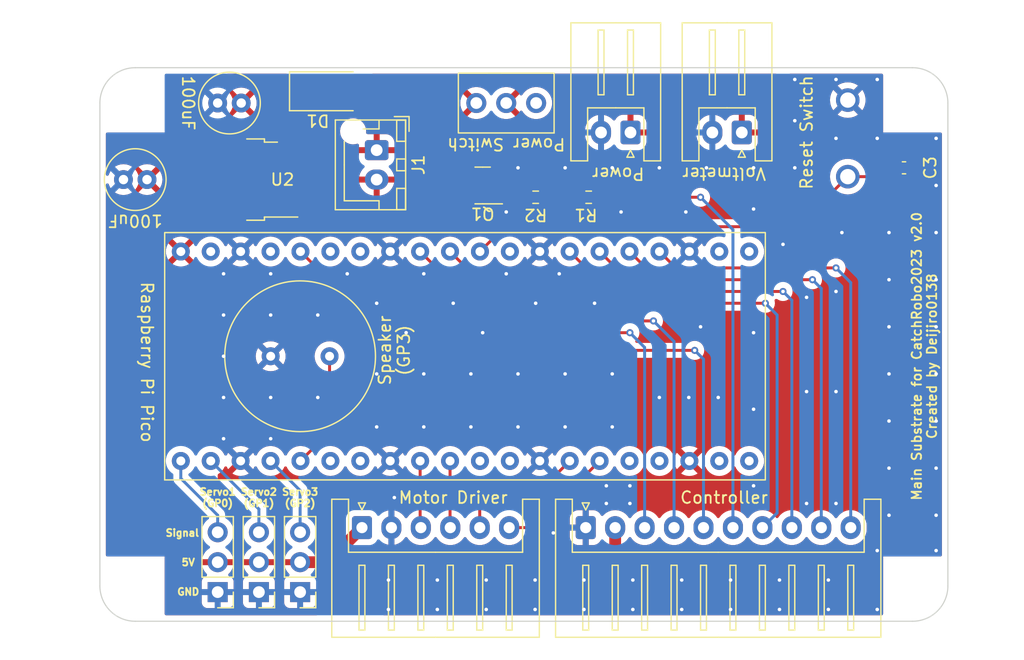
<source format=kicad_pcb>
(kicad_pcb (version 20211014) (generator pcbnew)
  (layers (0 "F.Cu" signal) (31 "B.Cu" signal) (34 "B.Paste" user) (35 "F.Paste" user) (36 "B.SilkS" user "B.Silkscreen") (37 "F.SilkS" user "F.Silkscreen") (38 "B.Mask" user) (39 "F.Mask" user) (44 "Edge.Cuts" user))
  (net 0 "")
  (net 1 "+7.5V")
  (net 2 "GND")
  (net 3 "+5V")
  (net 4 "Net-(C3-Pad1)")
  (net 5 "Net-(D1-Pad2)")
  (net 6 "/Servo1")
  (net 7 "/Servo2")
  (net 8 "/Servo3")
  (net 9 "Net-(J1-Pad2)")
  (net 10 "+BATT")
  (net 11 "Net-(Q1-Pad1)")
  (net 12 "/Stopper")
  (net 13 "/JoyY")
  (net 14 "/JoyX")
  (net 15 "/SW3")
  (net 16 "/SW2")
  (net 17 "/SW1")
  (net 18 "/SW0")
  (net 22 "+3.3V")
  (net 25 "/Speaker")
  (net 28 "/STEP1")
  (net 29 "/DIR1")
  (net 32 "/STEP2")
  (net 33 "/DIR2")
  (footprint "Connector_JST:JST_XH_B2B-XH-AM_1x02_P2.50mm_Vertical" (layer "F.Cu") (at 103.5 80 -90)
    (fp_text reference "J1" (at 1.25 -3.55 90) (layer "F.SilkS"))
    (fp_text value "Conn_01x02_Male")
    (fp_line (start 3.25 -2.45) (end 3.25 -1.7) (layer "F.SilkS") (width 0.12))
    (fp_line (start 1.75 -2.45) (end 0.75 -2.45) (layer "F.SilkS") (width 0.12))
    (fp_line (start -2.85 -2.75) (end -2.85 -1.5) (layer "F.SilkS") (width 0.12))
    (fp_line (start -2.55 -1.7) (end -0.75 -1.7) (layer "F.SilkS") (width 0.12))
    (fp_line (start -0.75 -1.7) (end -0.75 -2.45) (layer "F.SilkS") (width 0.12))
    (fp_line (start 5.06 3.51) (end 5.06 -2.46) (layer "F.SilkS") (width 0.12))
    (fp_line (start -2.55 -0.2) (end -1.8 -0.2) (layer "F.SilkS") (width 0.12))
    (fp_line (start 5.06 -2.46) (end -2.56 -2.46) (layer "F.SilkS") (width 0.12))
    (fp_line (start 1.25 2.75) (end -0.74 2.75) (layer "F.SilkS") (width 0.12))
    (fp_line (start -0.75 -2.45) (end -2.55 -2.45) (layer "F.SilkS") (width 0.12))
    (fp_line (start -2.56 -2.46) (end -2.56 3.51) (layer "F.SilkS") (width 0.12))
    (fp_line (start 5.05 -1.7) (end 5.05 -2.45) (layer "F.SilkS") (width 0.12))
    (fp_line (start 1.75 -1.7) (end 1.75 -2.45) (layer "F.SilkS") (width 0.12))
    (fp_line (start -1.8 -0.2) (end -1.8 1.14) (layer "F.SilkS") (width 0.12))
    (fp_line (start -1.6 -2.75) (end -2.85 -2.75) (layer "F.SilkS") (width 0.12))
    (fp_line (start 4.3 2.75) (end 1.25 2.75) (layer "F.SilkS") (width 0.12))
    (fp_line (start 3.25 -1.7) (end 5.05 -1.7) (layer "F.SilkS") (width 0.12))
    (fp_line (start 5.05 -2.45) (end 3.25 -2.45) (layer "F.SilkS") (width 0.12))
    (fp_line (start -2.56 3.51) (end 5.06 3.51) (layer "F.SilkS") (width 0.12))
    (fp_line (start 5.05 -0.2) (end 4.3 -0.2) (layer "F.SilkS") (width 0.12))
    (fp_line (start 0.75 -2.45) (end 0.75 -1.7) (layer "F.SilkS") (width 0.12))
    (fp_line (start -2.55 -2.45) (end -2.55 -1.7) (layer "F.SilkS") (width 0.12))
    (fp_line (start 4.3 -0.2) (end 4.3 2.75) (layer "F.SilkS") (width 0.12))
    (fp_line (start 0.75 -1.7) (end 1.75 -1.7) (layer "F.SilkS") (width 0.12))
    (pad "" np_thru_hole circle (at -1.6 2 270) (size 1.2 1.2) (drill 1.2) (layers *.Cu *.Mask))
    (pad "1" thru_hole roundrect (at 0 0 270) (size 1.7 2) (drill 1) (layers *.Cu *.Mask) (roundrect_rratio 0.1470588235) (net 5 "Net-(D1-Pad2)"))
    (pad "2" thru_hole oval (at 2.5 0 270) (size 1.7 2) (drill 1) (layers *.Cu *.Mask) (net 9 "Net-(J1-Pad2)"))
  )
  (footprint "Connector_JST:JST_XH_S10B-XH-A_1x10_P2.50mm_Horizontal" (layer "F.Cu") (at 121.25 112.05)
    (fp_text reference "J2" hide)
    (fp_text value "Conn_01x10_Male")
    (fp_line (start 9.75 3.2) (end 9.75 8.7) (layer "F.SilkS") (width 0.12))
    (fp_line (start -0.3 -2.1) (end 0.3 -2.1) (layer "F.SilkS") (width 0.12))
    (fp_line (start -2.56 9.31) (end -2.56 -2.41) (layer "F.SilkS") (width 0.12))
    (fp_line (start 0.25 3.2) (end -0.25 3.2) (layer "F.SilkS") (width 0.12))
    (fp_line (start 9.75 8.7) (end 10.25 8.7) (layer "F.SilkS") (width 0.12))
    (fp_line (start 15.25 3.2) (end 14.75 3.2) (layer "F.SilkS") (width 0.12))
    (fp_line (start 14.75 8.7) (end 15.25 8.7) (layer "F.SilkS") (width 0.12))
    (fp_line (start 23.64 -2.41) (end 23.64 2.09) (layer "F.SilkS") (width 0.12))
    (fp_line (start 17.75 8.7) (end 17.75 3.2) (layer "F.SilkS") (width 0.12))
    (fp_line (start 12.25 8.7) (end 12.75 8.7) (layer "F.SilkS") (width 0.12))
    (fp_line (start 12.75 3.2) (end 12.25 3.2) (layer "F.SilkS") (width 0.12))
    (fp_line (start 0.25 8.7) (end 0.25 3.2) (layer "F.SilkS") (width 0.12))
    (fp_line (start 7.25 8.7) (end 7.75 8.7) (layer "F.SilkS") (width 0.12))
    (fp_line (start 0 -1.5) (end -0.3 -2.1) (layer "F.SilkS") (width 0.12))
    (fp_line (start 22.75 3.2) (end 22.25 3.2) (layer "F.SilkS") (width 0.12))
    (fp_line (start 14.75 3.2) (end 14.75 8.7) (layer "F.SilkS") (width 0.12))
    (fp_line (start 17.25 3.2) (end 17.25 8.7) (layer "F.SilkS") (width 0.12))
    (fp_line (start 12.25 3.2) (end 12.25 8.7) (layer "F.SilkS") (width 0.12))
    (fp_line (start 17.25 8.7) (end 17.75 8.7) (layer "F.SilkS") (width 0.12))
    (fp_line (start 20.25 8.7) (end 20.25 3.2) (layer "F.SilkS") (width 0.12))
    (fp_line (start 22.25 8.7) (end 22.75 8.7) (layer "F.SilkS") (width 0.12))
    (fp_line (start 15.25 8.7) (end 15.25 3.2) (layer "F.SilkS") (width 0.12))
    (fp_line (start 22.75 8.7) (end 22.75 3.2) (layer "F.SilkS") (width 0.12))
    (fp_line (start 22.25 3.2) (end 22.25 8.7) (layer "F.SilkS") (width 0.12))
    (fp_line (start 11.25 9.31) (end -2.56 9.31) (layer "F.SilkS") (width 0.12))
    (fp_line (start 4.75 3.2) (end 4.75 8.7) (layer "F.SilkS") (width 0.12))
    (fp_line (start 10.25 8.7) (end 10.25 3.2) (layer "F.SilkS") (width 0.12))
    (fp_line (start 10.25 3.2) (end 9.75 3.2) (layer "F.SilkS") (width 0.12))
    (fp_line (start 2.75 3.2) (end 2.25 3.2) (layer "F.SilkS") (width 0.12))
    (fp_line (start 20.25 3.2) (end 19.75 3.2) (layer "F.SilkS") (width 0.12))
    (fp_line (start 7.75 3.2) (end 7.25 3.2) (layer "F.SilkS") (width 0.12))
    (fp_line (start 2.25 3.2) (end 2.25 8.7) (layer "F.SilkS") (width 0.12))
    (fp_line (start -2.56 -2.41) (end -1.14 -2.41) (layer "F.SilkS") (width 0.12))
    (fp_line (start 19.75 3.2) (end 19.75 8.7) (layer "F.SilkS") (width 0.12))
    (fp_line (start 5.25 3.2) (end 4.75 3.2) (layer "F.SilkS") (width 0.12))
    (fp_line (start 7.75 8.7) (end 7.75 3.2) (layer "F.SilkS") (width 0.12))
    (fp_line (start 17.75 3.2) (end 17.25 3.2) (layer "F.SilkS") (width 0.12))
    (fp_line (start 0.3 -2.1) (end 0 -1.5) (layer "F.SilkS") (width 0.12))
    (fp_line (start -1.14 2.09) (end 11.25 2.09) (layer "F.SilkS") (width 0.12))
    (fp_line (start 12.75 8.7) (end 12.75 3.2) (layer "F.SilkS") (width 0.12))
    (fp_line (start 25.06 9.31) (end 25.06 -2.41) (layer "F.SilkS") (width 0.12))
    (fp_line (start 19.75 8.7) (end 20.25 8.7) (layer "F.SilkS") (width 0.12))
    (fp_line (start -1.14 -2.41) (end -1.14 2.09) (layer "F.SilkS") (width 0.12))
    (fp_line (start 5.25 8.7) (end 5.25 3.2) (layer "F.SilkS") (width 0.12))
    (fp_line (start 23.64 2.09) (end 11.25 2.09) (layer "F.SilkS") (width 0.12))
    (fp_line (start 2.25 8.7) (end 2.75 8.7) (layer "F.SilkS") (width 0.12))
    (fp_line (start -0.25 3.2) (end -0.25 8.7) (layer "F.SilkS") (width 0.12))
    (fp_line (start 7.25 3.2) (end 7.25 8.7) (layer "F.SilkS") (width 0.12))
    (fp_line (start 25.06 -2.41) (end 23.64 -2.41) (layer "F.SilkS") (width 0.12))
    (fp_line (start 2.75 8.7) (end 2.75 3.2) (layer "F.SilkS") (width 0.12))
    (fp_line (start 4.75 8.7) (end 5.25 8.7) (layer "F.SilkS") (width 0.12))
    (fp_line (start 11.25 9.31) (end 25.06 9.31) (layer "F.SilkS") (width 0.12))
    (fp_line (start -0.25 8.7) (end 0.25 8.7) (layer "F.SilkS") (width 0.12))
    (pad "1" thru_hole roundrect (at 0 0) (size 1.7 1.95) (drill 0.95) (layers *.Cu *.Mask) (roundrect_rratio 0.1470588235) (net 2 "GND"))
    (pad "2" thru_hole oval (at 2.5 0) (size 1.7 1.95) (drill 0.95) (layers *.Cu *.Mask) (net 3 "+5V"))
    (pad "3" thru_hole oval (at 5 0) (size 1.7 1.95) (drill 0.95) (layers *.Cu *.Mask) (net 13 "/JoyY"))
    (pad "4" thru_hole oval (at 7.5 0) (size 1.7 1.95) (drill 0.95) (layers *.Cu *.Mask) (net 14 "/JoyX"))
    (pad "5" thru_hole oval (at 10 0) (size 1.7 1.95) (drill 0.95) (layers *.Cu *.Mask) (net 22 "+3.3V"))
    (pad "6" thru_hole oval (at 12.5 0) (size 1.7 1.95) (drill 0.95) (layers *.Cu *.Mask) (net 12 "/Stopper"))
    (pad "7" thru_hole oval (at 15 0) (size 1.7 1.95) (drill 0.95) (layers *.Cu *.Mask) (net 15 "/SW3"))
    (pad "8" thru_hole oval (at 17.5 0) (size 1.7 1.95) (drill 0.95) (layers *.Cu *.Mask) (net 16 "/SW2"))
    (pad "9" thru_hole oval (at 20 0) (size 1.7 1.95) (drill 0.95) (layers *.Cu *.Mask) (net 17 "/SW1"))
    (pad "10" thru_hole oval (at 22.5 0) (size 1.7 1.95) (drill 0.95) (layers *.Cu *.Mask) (net 18 "/SW0"))
  )
  (footprint "MountingHole:MountingHole_3.2mm_M3" (layer "F.Cu") (at 149 117)
    (fp_text reference "REF**" hide)
    (fp_text value "MountingHole_3.2mm_M3")
    (pad "" np_thru_hole circle (at 0 0) (size 3.2 3.2) (drill 3.2) (layers *.Cu *.Mask))
  )
  (footprint "Connector_JST:JST_XH_S2B-XH-A_1x02_P2.50mm_Horizontal" (layer "F.Cu") (at 125.05 78.5 180)
    (fp_text reference "J4" hide)
    (fp_text value "Conn_01x02_Male")
    (fp_line (start 5.06 -2.41) (end 3.64 -2.41) (layer "F.SilkS") (width 0.12))
    (fp_line (start 2.25 8.7) (end 2.75 8.7) (layer "F.SilkS") (width 0.12))
    (fp_line (start 2.75 8.7) (end 2.75 3.2) (layer "F.SilkS") (width 0.12))
    (fp_line (start -2.56 9.31) (end -2.56 -2.41) (layer "F.SilkS") (width 0.12))
    (fp_line (start -1.14 2.09) (end 1.25 2.09) (layer "F.SilkS") (width 0.12))
    (fp_line (start 1.25 9.31) (end -2.56 9.31) (layer "F.SilkS") (width 0.12))
    (fp_line (start 3.64 -2.41) (end 3.64 2.09) (layer "F.SilkS") (width 0.12))
    (fp_line (start 0 -1.5) (end -0.3 -2.1) (layer "F.SilkS") (width 0.12))
    (fp_line (start 5.06 9.31) (end 5.06 -2.41) (layer "F.SilkS") (width 0.12))
    (fp_line (start 1.25 9.31) (end 5.06 9.31) (layer "F.SilkS") (width 0.12))
    (fp_line (start 3.64 2.09) (end 1.25 2.09) (layer "F.SilkS") (width 0.12))
    (fp_line (start 0.25 8.7) (end 0.25 3.2) (layer "F.SilkS") (width 0.12))
    (fp_line (start 2.75 3.2) (end 2.25 3.2) (layer "F.SilkS") (width 0.12))
    (fp_line (start 0.3 -2.1) (end 0 -1.5) (layer "F.SilkS") (width 0.12))
    (fp_line (start 0.25 3.2) (end -0.25 3.2) (layer "F.SilkS") (width 0.12))
    (fp_line (start -0.25 8.7) (end 0.25 8.7) (layer "F.SilkS") (width 0.12))
    (fp_line (start -1.14 -2.41) (end -1.14 2.09) (layer "F.SilkS") (width 0.12))
    (fp_line (start -0.3 -2.1) (end 0.3 -2.1) (layer "F.SilkS") (width 0.12))
    (fp_line (start -2.56 -2.41) (end -1.14 -2.41) (layer "F.SilkS") (width 0.12))
    (fp_line (start 2.25 3.2) (end 2.25 8.7) (layer "F.SilkS") (width 0.12))
    (fp_line (start -0.25 3.2) (end -0.25 8.7) (layer "F.SilkS") (width 0.12))
    (pad "1" thru_hole roundrect (at 0 0 180) (size 1.7 2) (drill 1) (layers *.Cu *.Mask) (roundrect_rratio 0.1470588235) (net 10 "+BATT"))
    (pad "2" thru_hole oval (at 2.5 0 180) (size 1.7 2) (drill 1) (layers *.Cu *.Mask) (net 2 "GND"))
  )
  (footprint "Catchrobo_parts:PKM13EPYH4000-A0" (layer "F.Cu") (at 97 97.5 180)
    (fp_text reference "U3" hide)
    (fp_text value "SPT15")
    (fp_circle (center 0 0) (end 6.4 0) (layer "F.SilkS") (width 0.12) (fill none))
    (pad "1" thru_hole circle (at -2.5 0 180) (size 1.524 1.524) (drill 0.762) (layers *.Cu *.Mask) (net 25 "/Speaker"))
    (pad "2" thru_hole circle (at 2.5 0 180) (size 1.524 1.524) (drill 0.762) (layers *.Cu *.Mask) (net 2 "GND"))
  )
  (footprint "Capacitor_SMD:C_0603_1608Metric" (layer "F.Cu") (at 148.275 81.5)
    (fp_text reference "C3" (at 2.225 0 90 unlocked) (layer "F.SilkS"))
    (fp_text value "0.1u")
    (fp_line (start -0.14058 -0.51) (end 0.14058 -0.51) (layer "F.SilkS") (width 0.12))
    (fp_line (start -0.14058 0.51) (end 0.14058 0.51) (layer "F.SilkS") (width 0.12))
    (pad "1" smd roundrect (at -0.775 0) (size 0.9 0.95) (layers "F.Cu" "F.Paste" "F.Mask") (net 4 "Net-(C3-Pad1)"))
    (pad "2" smd roundrect (at 0.775 0) (size 0.9 0.95) (layers "F.Cu" "F.Paste" "F.Mask") (net 2 "GND"))
  )
  (footprint "Connector_PinHeader_2.54mm:PinHeader_1x03_P2.54mm_Vertical" (layer "F.Cu") (at 90 117.525 180)
    (fp_text reference "J6" hide)
    (fp_text value "Conn_01x03_Male")
    (fp_line (start -1.33 -1.33) (end 0 -1.33) (layer "F.SilkS") (width 0.12))
    (fp_line (start -1.33 6.41) (end 1.33 6.41) (layer "F.SilkS") (width 0.12))
    (fp_line (start 1.33 1.27) (end 1.33 6.41) (layer "F.SilkS") (width 0.12))
    (fp_line (start -1.33 1.27) (end 1.33 1.27) (layer "F.SilkS") (width 0.12))
    (fp_line (start -1.33 0) (end -1.33 -1.33) (layer "F.SilkS") (width 0.12))
    (fp_line (start -1.33 1.27) (end -1.33 6.41) (layer "F.SilkS") (width 0.12))
    (pad "1" thru_hole rect (at 0 0 180) (size 1.7 1.7) (drill 1) (layers *.Cu *.Mask) (net 2 "GND"))
    (pad "2" thru_hole oval (at 0 2.54 180) (size 1.7 1.7) (drill 1) (layers *.Cu *.Mask) (net 3 "+5V"))
    (pad "3" thru_hole oval (at 0 5.08 180) (size 1.7 1.7) (drill 1) (layers *.Cu *.Mask) (net 6 "/Servo1"))
  )
  (footprint "Connector_JST:JST_XH_S6B-XH-A_1x06_P2.50mm_Horizontal" (layer "F.Cu") (at 102.25 112.05)
    (fp_text reference "J5" hide)
    (fp_text value "Conn_01x06_Male")
    (fp_line (start 2.25 8.7) (end 2.75 8.7) (layer "F.SilkS") (width 0.12))
    (fp_line (start 5.25 8.7) (end 5.25 3.2) (layer "F.SilkS") (width 0.12))
    (fp_line (start 12.75 3.2) (end 12.25 3.2) (layer "F.SilkS") (width 0.12))
    (fp_line (start 2.75 8.7) (end 2.75 3.2) (layer "F.SilkS") (width 0.12))
    (fp_line (start -2.56 -2.41) (end -1.14 -2.41) (layer "F.SilkS") (width 0.12))
    (fp_line (start 10.25 8.7) (end 10.25 3.2) (layer "F.SilkS") (width 0.12))
    (fp_line (start -0.3 -2.1) (end 0.3 -2.1) (layer "F.SilkS") (width 0.12))
    (fp_line (start 7.25 8.7) (end 7.75 8.7) (layer "F.SilkS") (width 0.12))
    (fp_line (start 13.64 2.09) (end 6.25 2.09) (layer "F.SilkS") (width 0.12))
    (fp_line (start 7.25 3.2) (end 7.25 8.7) (layer "F.SilkS") (width 0.12))
    (fp_line (start 15.06 -2.41) (end 13.64 -2.41) (layer "F.SilkS") (width 0.12))
    (fp_line (start -2.56 9.31) (end -2.56 -2.41) (layer "F.SilkS") (width 0.12))
    (fp_line (start 15.06 9.31) (end 15.06 -2.41) (layer "F.SilkS") (width 0.12))
    (fp_line (start 13.64 -2.41) (end 13.64 2.09) (layer "F.SilkS") (width 0.12))
    (fp_line (start 0.25 8.7) (end 0.25 3.2) (layer "F.SilkS") (width 0.12))
    (fp_line (start 2.75 3.2) (end 2.25 3.2) (layer "F.SilkS") (width 0.12))
    (fp_line (start -0.25 3.2) (end -0.25 8.7) (layer "F.SilkS") (width 0.12))
    (fp_line (start 10.25 3.2) (end 9.75 3.2) (layer "F.SilkS") (width 0.12))
    (fp_line (start -1.14 -2.41) (end -1.14 2.09) (layer "F.SilkS") (width 0.12))
    (fp_line (start 9.75 8.7) (end 10.25 8.7) (layer "F.SilkS") (width 0.12))
    (fp_line (start 12.75 8.7) (end 12.75 3.2) (layer "F.SilkS") (width 0.12))
    (fp_line (start 4.75 3.2) (end 4.75 8.7) (layer "F.SilkS") (width 0.12))
    (fp_line (start 4.75 8.7) (end 5.25 8.7) (layer "F.SilkS") (width 0.12))
    (fp_line (start 6.25 9.31) (end -2.56 9.31) (layer "F.SilkS") (width 0.12))
    (fp_line (start 7.75 3.2) (end 7.25 3.2) (layer "F.SilkS") (width 0.12))
    (fp_line (start 0.25 3.2) (end -0.25 3.2) (layer "F.SilkS") (width 0.12))
    (fp_line (start 7.75 8.7) (end 7.75 3.2) (layer "F.SilkS") (width 0.12))
    (fp_line (start 12.25 8.7) (end 12.75 8.7) (layer "F.SilkS") (width 0.12))
    (fp_line (start -0.25 8.7) (end 0.25 8.7) (layer "F.SilkS") (width 0.12))
    (fp_line (start 2.25 3.2) (end 2.25 8.7) (layer "F.SilkS") (width 0.12))
    (fp_line (start 5.25 3.2) (end 4.75 3.2) (layer "F.SilkS") (width 0.12))
    (fp_line (start 12.25 3.2) (end 12.25 8.7) (layer "F.SilkS") (width 0.12))
    (fp_line (start 0.3 -2.1) (end 0 -1.5) (layer "F.SilkS") (width 0.12))
    (fp_line (start 6.25 9.31) (end 15.06 9.31) (layer "F.SilkS") (width 0.12))
    (fp_line (start 9.75 3.2) (end 9.75 8.7) (layer "F.SilkS") (width 0.12))
    (fp_line (start 0 -1.5) (end -0.3 -2.1) (layer "F.SilkS") (width 0.12))
    (fp_line (start -1.14 2.09) (end 6.25 2.09) (layer "F.SilkS") (width 0.12))
    (pad "1" thru_hole roundrect (at 0 0) (size 1.7 1.95) (drill 0.95) (layers *.Cu *.Mask) (roundrect_rratio 0.1470588235) (net 3 "+5V"))
    (pad "2" thru_hole oval (at 2.5 0) (size 1.7 1.95) (drill 0.95) (layers *.Cu *.Mask) (net 2 "GND"))
    (pad "3" thru_hole oval (at 5 0) (size 1.7 1.95) (drill 0.95) (layers *.Cu *.Mask) (net 28 "/STEP1"))
    (pad "4" thru_hole oval (at 7.5 0) (size 1.7 1.95) (drill 0.95) (layers *.Cu *.Mask) (net 29 "/DIR1"))
    (pad "5" thru_hole oval (at 10 0) (size 1.7 1.95) (drill 0.95) (layers *.Cu *.Mask) (net 32 "/STEP2"))
    (pad "6" thru_hole oval (at 12.5 0) (size 1.7 1.95) (drill 0.95) (layers *.Cu *.Mask) (net 33 "/DIR2"))
  )
  (footprint "Capacitor_THT:C_Radial_D5.0mm_H11.0mm_P2.00mm" (layer "F.Cu") (at 92 76 180)
    (fp_text reference "C1" hide)
    (fp_text value "100u")
    (fp_circle (center 1 0) (end 3.62 0) (layer "F.SilkS") (width 0.12) (fill none))
    (pad "1" thru_hole circle (at 0 0 180) (size 1.6 1.6) (drill 0.8) (layers *.Cu *.Mask) (net 1 "+7.5V"))
    (pad "2" thru_hole circle (at 2 0 180) (size 1.6 1.6) (drill 0.8) (layers *.Cu *.Mask) (net 2 "GND"))
  )
  (footprint "MountingHole:MountingHole_3.2mm_M3" (layer "F.Cu") (at 83 76)
    (fp_text reference "REF**" hide)
    (fp_text value "MountingHole_3.2mm_M3")
    (pad "" np_thru_hole circle (at 0 0) (size 3.2 3.2) (drill 3.2) (layers *.Cu *.Mask))
    (pad "" np_thru_hole circle (at 0 0) (size 3.2 3.2) (drill 3.2) (layers *.Cu *.Mask))
  )
  (footprint "Package_TO_SOT_SMD:TO-252-2" (layer "F.Cu") (at 91.5 82.5 180)
    (fp_text reference "U2" (at -4 0) (layer "F.SilkS"))
    (fp_text value "AZ1084-5.0")
    (fp_line (start -2.47 3.45) (end -2.47 3.18) (layer "F.SilkS") (width 0.12))
    (fp_line (start -2.47 3.18) (end -3.57 3.18) (layer "F.SilkS") (width 0.12))
    (fp_line (start -0.97 -3.45) (end -2.47 -3.45) (layer "F.SilkS") (width 0.12))
    (fp_line (start -2.47 -3.18) (end -5.3 -3.18) (layer "F.SilkS") (width 0.12))
    (fp_line (start -2.47 -3.45) (end -2.47 -3.18) (layer "F.SilkS") (width 0.12))
    (fp_line (start -0.97 3.45) (end -2.47 3.45) (layer "F.SilkS") (width 0.12))
    (pad "1" smd rect (at -4.2 -2.28 180) (size 2.2 1.2) (layers "F.Cu" "F.Paste" "F.Mask") (net 2 "GND"))
    (pad "2" smd rect (at 2.1 0 180) (size 6.4 5.8) (layers "F.Cu" "F.Mask") (net 3 "+5V"))
    (pad "3" smd rect (at -4.2 2.28 180) (size 2.2 1.2) (layers "F.Cu" "F.Paste" "F.Mask") (net 1 "+7.5V"))
  )
  (footprint "Connector_PinHeader_2.54mm:PinHeader_1x03_P2.54mm_Vertical" (layer "F.Cu") (at 93.5 117.525 180)
    (fp_text reference "J7" hide)
    (fp_text value "Conn_01x03_Male")
    (fp_line (start -1.33 6.41) (end 1.33 6.41) (layer "F.SilkS") (width 0.12))
    (fp_line (start -1.33 0) (end -1.33 -1.33) (layer "F.SilkS") (width 0.12))
    (fp_line (start -1.33 1.27) (end -1.33 6.41) (layer "F.SilkS") (width 0.12))
    (fp_line (start -1.33 -1.33) (end 0 -1.33) (layer "F.SilkS") (width 0.12))
    (fp_line (start 1.33 1.27) (end 1.33 6.41) (layer "F.SilkS") (width 0.12))
    (fp_line (start -1.33 1.27) (end 1.33 1.27) (layer "F.SilkS") (width 0.12))
    (pad "1" thru_hole rect (at 0 0 180) (size 1.7 1.7) (drill 1) (layers *.Cu *.Mask) (net 2 "GND"))
    (pad "2" thru_hole oval (at 0 2.54 180) (size 1.7 1.7) (drill 1) (layers *.Cu *.Mask) (net 3 "+5V"))
    (pad "3" thru_hole oval (at 0 5.08 180) (size 1.7 1.7) (drill 1) (layers *.Cu *.Mask) (net 7 "/Servo2"))
  )
  (footprint "Catchrobo_parts:RaspberryPiPico" (layer "F.Cu") (at 111 97.5 90)
    (fp_text reference "U1" hide)
    (fp_text value "RaspberryPiPicoW")
    (fp_rect (start -10.5 -25.5) (end 10.5 25.5) (layer "F.SilkS") (width 0.12) (fill none))
    (pad "1" thru_hole circle (at -8.89 -24.13 90) (size 1.524 1.524) (drill 0.762) (layers *.Cu *.Mask) (net 6 "/Servo1"))
    (pad "2" thru_hole circle (at -8.89 -21.59 90) (size 1.524 1.524) (drill 0.762) (layers *.Cu *.Mask) (net 7 "/Servo2"))
    (pad "3" thru_hole circle (at -8.89 -19.05 90) (size 1.524 1.524) (drill 0.762) (layers *.Cu *.Mask) (net 2 "GND"))
    (pad "4" thru_hole circle (at -8.89 -16.51 90) (size 1.524 1.524) (drill 0.762) (layers *.Cu *.Mask) (net 8 "/Servo3"))
    (pad "5" thru_hole circle (at -8.89 -13.97 90) (size 1.524 1.524) (drill 0.762) (layers *.Cu *.Mask) (net 25 "/Speaker"))
    (pad "6" thru_hole circle (at -8.89 -11.43 90) (size 1.524 1.524) (drill 0.762) (layers *.Cu *.Mask))
    (pad "7" thru_hole circle (at -8.89 -8.89 90) (size 1.524 1.524) (drill 0.762) (layers *.Cu *.Mask))
    (pad "8" thru_hole circle (at -8.89 -6.35 90) (size 1.524 1.524) (drill 0.762) (layers *.Cu *.Mask) (net 2 "GND"))
    (pad "9" thru_hole circle (at -8.89 -3.81 90) (size 1.524 1.524) (drill 0.762) (layers *.Cu *.Mask) (net 28 "/STEP1"))
    (pad "10" thru_hole circle (at -8.89 -1.27 90) (size 1.524 1.524) (drill 0.762) (layers *.Cu *.Mask) (net 29 "/DIR1"))
    (pad "11" thru_hole circle (at -8.89 1.27 90) (size 1.524 1.524) (drill 0.762) (layers *.Cu *.Mask))
    (pad "12" thru_hole circle (at -8.89 3.81 90) (size 1.524 1.524) (drill 0.762) (layers *.Cu *.Mask))
    (pad "13" thru_hole circle (at -8.89 6.35 90) (size 1.524 1.524) (drill 0.762) (layers *.Cu *.Mask) (net 2 "GND"))
    (pad "14" thru_hole circle (at -8.89 8.89 90) (size 1.524 1.524) (drill 0.762) (layers *.Cu *.Mask) (net 32 "/STEP2"))
    (pad "15" thru_hole circle (at -8.89 11.43 90) (size 1.524 1.524) (drill 0.762) (layers *.Cu *.Mask) (net 33 "/DIR2"))
    (pad "16" thru_hole circle (at -8.89 13.97 90) (size 1.524 1.524) (drill 0.762) (layers *.Cu *.Mask))
    (pad "17" thru_hole circle (at -8.89 16.51 90) (size 1.524 1.524) (drill 0.762) (layers *.Cu *.Mask))
    (pad "18" thru_hole circle (at -8.89 19.05 90) (size 1.524 1.524) (drill 0.762) (layers *.Cu *.Mask) (net 2 "GND"))
    (pad "19" thru_hole circle (at -8.89 21.59 90) (size 1.524 1.524) (drill 0.762) (layers *.Cu *.Mask))
    (pad "20" thru_hole circle (at -8.89 24.13 90) (size 1.524 1.524) (drill 0.762) (layers *.Cu *.Mask))
    (pad "21" thru_hole circle (at 8.89 24.13 90) (size 1.524 1.524) (drill 0.762) (layers *.Cu *.Mask))
    (pad "22" thru_hole circle (at 8.89 21.59 90) (size 1.524 1.524) (drill 0.762) (layers *.Cu *.Mask))
    (pad "23" thru_hole circle (at 8.89 19.05 90) (size 1.524 1.524) (drill 0.762) (layers *.Cu *.Mask) (net 2 "GND"))
    (pad "24" thru_hole circle (at 8.89 16.51 90) (size 1.524 1.524) (drill 0.762) (layers *.Cu *.Mask) (net 18 "/SW0"))
    (pad "25" thru_hole circle (at 8.89 13.97 90) (size 1.524 1.524) (drill 0.762) (layers *.Cu *.Mask) (net 17 "/SW1"))
    (pad "26" thru_hole circle (at 8.89 11.43 90) (size 1.524 1.524) (drill 0.762) (layers *.Cu *.Mask) (net 16 "/SW2"))
    (pad "27" thru_hole circle (at 8.89 8.89 90) (size 1.524 1.524) (drill 0.762) (layers *.Cu *.Mask) (net 15 "/SW3"))
    (pad "28" thru_hole circle (at 8.89 6.35 90) (size 1.524 1.524) (drill 0.762) (layers *.Cu *.Mask) (net 2 "GND"))
    (pad "29" thru_hole circle (at 8.89 3.81 90) (size 1.524 1.524) (drill 0.762) (layers *.Cu *.Mask))
    (pad "30" thru_hole circle (at 8.89 1.27 90) (size 1.524 1.524) (drill 0.762) (layers *.Cu *.Mask) (net 4 "Net-(C3-Pad1)"))
    (pad "31" thru_hole circle (at 8.89 -1.27 90) (size 1.524 1.524) (drill 0.762) (layers *.Cu *.Mask) (net 14 "/JoyX"))
    (pad "32" thru_hole circle (at 8.89 -3.81 90) (size 1.524 1.524) (drill 0.762) (layers *.Cu *.Mask) (net 13 "/JoyY"))
    (pad "33" thru_hole circle (at 8.89 -6.35 90) (size 1.524 1.524) (drill 0.762) (layers *.Cu *.Mask) (net 2 "GND"))
    (pad "34" thru_hole circle (at 8.89 -8.89 90) (size 1.524 1.524) (drill 0.762) (layers *.Cu *.Mask))
    (pad "35" thru_hole circle (at 8.89 -11.43 90) (size 1.524 1.524) (drill 0.762) (layers *.Cu *.Mask))
    (pad "36" thru_hole circle (at 8.89 -13.97 90) (size 1.524 1.524) (drill 0.762) (layers *.Cu *.Mask) (net 22 "+3.3V"))
    (pad "37" thru_hole circle (at 8.89 -16.51 90) (size 1.524 1.524) (drill 0.762) (layers *.Cu *.Mask))
    (pad "38" thru_hole circle (at 8.89 -19.05 90) (size 1.524 1.524) (drill 0.762) (layers *.Cu *.Mask) (net 2 "GND"))
    (pad "39" thru_hole circle (at 8.89 -21.59 90) (size 1.524 1.524) (drill 0.762) (layers *.Cu *.Mask))
    (pad "40" thru_hole circle (at 8.89 -24.13 90) (size 1.524 1.524) (drill 0.762) (layers *.Cu *.Mask) (net 3 "+5V"))
  )
  (footprint "Catchrobo_parts:2MS1-T1-B4-M2-Q-E-S" (layer "F.Cu") (at 114.5 76 180)
    (fp_text reference "SW1" hide)
    (fp_text value "SW_SPDT")
    (fp_rect (start -4.065 -2.54) (end 4.065 2.54) (layer "F.SilkS") (width 0.12) (fill none))
    (pad "1" thru_hole circle (at -2.54 0 180) (size 1.7 1.7) (drill 1) (layers *.Cu *.Mask))
    (pad "2" thru_hole circle (at 0 0 180) (size 1.7 1.7) (drill 1) (layers *.Cu *.Mask) (net 10 "+BATT"))
    (pad "3" thru_hole circle (at 2.54 0 180) (size 1.7 1.7) (drill 1) (layers *.Cu *.Mask) (net 5 "Net-(D1-Pad2)"))
  )
  (footprint "Connector_JST:JST_XH_S2B-XH-A_1x02_P2.50mm_Horizontal" (layer "F.Cu") (at 134.5 78.5 180)
    (fp_text reference "J3" hide)
    (fp_text value "Conn_01x02_Male")
    (fp_line (start 5.06 9.31) (end 5.06 -2.41) (layer "F.SilkS") (width 0.12))
    (fp_line (start 2.25 3.2) (end 2.25 8.7) (layer "F.SilkS") (width 0.12))
    (fp_line (start 0.25 8.7) (end 0.25 3.2) (layer "F.SilkS") (width 0.12))
    (fp_line (start -2.56 -2.41) (end -1.14 -2.41) (layer "F.SilkS") (width 0.12))
    (fp_line (start 5.06 -2.41) (end 3.64 -2.41) (layer "F.SilkS") (width 0.12))
    (fp_line (start -0.25 8.7) (end 0.25 8.7) (layer "F.SilkS") (width 0.12))
    (fp_line (start 2.75 3.2) (end 2.25 3.2) (layer "F.SilkS") (width 0.12))
    (fp_line (start -0.25 3.2) (end -0.25 8.7) (layer "F.SilkS") (width 0.12))
    (fp_line (start 2.25 8.7) (end 2.75 8.7) (layer "F.SilkS") (width 0.12))
    (fp_line (start 1.25 9.31) (end 5.06 9.31) (layer "F.SilkS") (width 0.12))
    (fp_line (start -1.14 2.09) (end 1.25 2.09) (layer "F.SilkS") (width 0.12))
    (fp_line (start 0.25 3.2) (end -0.25 3.2) (layer "F.SilkS") (width 0.12))
    (fp_line (start 3.64 2.09) (end 1.25 2.09) (layer "F.SilkS") (width 0.12))
    (fp_line (start 0.3 -2.1) (end 0 -1.5) (layer "F.SilkS") (width 0.12))
    (fp_line (start -0.3 -2.1) (end 0.3 -2.1) (layer "F.SilkS") (width 0.12))
    (fp_line (start 2.75 8.7) (end 2.75 3.2) (layer "F.SilkS") (width 0.12))
    (fp_line (start 0 -1.5) (end -0.3 -2.1) (layer "F.SilkS") (width 0.12))
    (fp_line (start -1.14 -2.41) (end -1.14 2.09) (layer "F.SilkS") (width 0.12))
    (fp_line (start 1.25 9.31) (end -2.56 9.31) (layer "F.SilkS") (width 0.12))
    (fp_line (start 3.64 -2.41) (end 3.64 2.09) (layer "F.SilkS") (width 0.12))
    (fp_line (start -2.56 9.31) (end -2.56 -2.41) (layer "F.SilkS") (width 0.12))
    (pad "1" thru_hole roundrect (at 0 0 180) (size 1.7 2) (drill 1) (layers *.Cu *.Mask) (roundrect_rratio 0.1470588235) (net 10 "+BATT"))
    (pad "2" thru_hole oval (at 2.5 0 180) (size 1.7 2) (drill 1) (layers *.Cu *.Mask) (net 2 "GND"))
  )
  (footprint "Resistor_SMD:R_0603_1608Metric" (layer "F.Cu") (at 117 84)
    (fp_text reference "R2" (at 0 1.5 180 unlocked) (layer "F.SilkS"))
    (fp_text value "10k")
    (fp_line (start -0.237258 0.5225) (end 0.237258 0.5225) (layer "F.SilkS") (width 0.12))
    (fp_line (start -0.237258 -0.5225) (end 0.237258 -0.5225) (layer "F.SilkS") (width 0.12))
    (pad "1" smd roundrect (at -0.825 0) (size 0.8 0.95) (layers "F.Cu" "F.Paste" "F.Mask") (net 11 "Net-(Q1-Pad1)"))
    (pad "2" smd roundrect (at 0.825 0) (size 0.8 0.95) (layers "F.Cu" "F.Paste" "F.Mask") (net 2 "GND"))
  )
  (footprint "Capacitor_THT:C_Radial_D5.0mm_H11.0mm_P2.00mm" (layer "F.Cu") (at 84 82.5 180)
    (fp_text reference "C2" hide)
    (fp_text value "100u")
    (fp_circle (center 1 0) (end 3.62 0) (layer "F.SilkS") (width 0.12) (fill none))
    (pad "1" thru_hole circle (at 0 0 180) (size 1.6 1.6) (drill 0.8) (layers *.Cu *.Mask) (net 3 "+5V"))
    (pad "2" thru_hole circle (at 2 0 180) (size 1.6 1.6) (drill 0.8) (layers *.Cu *.Mask) (net 2 "GND"))
  )
  (footprint "MountingHole:MountingHole_3.2mm_M3" (layer "F.Cu") (at 83 117)
    (fp_text reference "REF**" hide)
    (fp_text value "MountingHole_3.2mm_M3")
    (pad "" np_thru_hole circle (at 0 0) (size 3.2 3.2) (drill 3.2) (layers *.Cu *.Mask))
  )
  (footprint "Package_TO_SOT_SMD:SOT-23" (layer "F.Cu") (at 112.5 83 180)
    (fp_text reference "Q1" (at 0 -2.4 180 unlocked) (layer "F.SilkS"))
    (fp_text value "Q_NMOS_GSD")
    (fp_line (start 0 -1.56) (end 0.65 -1.56) (layer "F.SilkS") (width 0.12))
    (fp_line (start 0 1.56) (end -0.65 1.56) (layer "F.SilkS") (width 0.12))
    (fp_line (start 0 1.56) (end 0.65 1.56) (layer "F.SilkS") (width 0.12))
    (fp_line (start 0 -1.56) (end -1.675 -1.56) (layer "F.SilkS") (width 0.12))
    (pad "1" smd roundrect (at -0.9375 -0.95 180) (size 1.475 0.6) (layers "F.Cu" "F.Paste" "F.Mask") (net 11 "Net-(Q1-Pad1)"))
    (pad "2" smd roundrect (at -0.9375 0.95 180) (size 1.475 0.6) (layers "F.Cu" "F.Paste" "F.Mask") (net 2 "GND"))
    (pad "3" smd roundrect (at 0.9375 0 180) (size 1.475 0.6) (layers "F.Cu" "F.Paste" "F.Mask") (net 9 "Net-(J1-Pad2)"))
  )
  (footprint "Diode_SMD:D_SMA" (layer "F.Cu") (at 99.5 75)
    (fp_text reference "D1" (at -1 2.5 180 unlocked) (layer "F.SilkS"))
    (fp_text value "D_Schottky")
    (fp_line (start -3.4 -1.65) (end -3.4 1.65) (layer "F.SilkS") (width 0.12))
    (fp_line (start -3.4 -1.65) (end 2 -1.65) (layer "F.SilkS") (width 0.12))
    (fp_line (start -3.4 1.65) (end 2 1.65) (layer "F.SilkS") (width 0.12))
    (pad "1" smd rect (at -2 0) (size 2.5 1.8) (layers "F.Cu" "F.Paste" "F.Mask") (net 1 "+7.5V"))
    (pad "2" smd rect (at 2 0) (size 2.5 1.8) (layers "F.Cu" "F.Paste" "F.Mask") (net 5 "Net-(D1-Pad2)"))
  )
  (footprint "MountingHole:MountingHole_3.2mm_M3" (layer "F.Cu") (at 149 76)
    (fp_text reference "REF**" hide)
    (fp_text value "MountingHole_3.2mm_M3")
    (pad "" np_thru_hole circle (at 0 0) (size 3.2 3.2) (drill 3.2) (layers *.Cu *.Mask))
  )
  (footprint "Connector_PinHeader_2.54mm:PinHeader_1x03_P2.54mm_Vertical" (layer "F.Cu") (at 97 117.525 180)
    (fp_text reference "J8" hide)
    (fp_text value "Conn_01x03_Male")
    (fp_line (start -1.33 6.41) (end 1.33 6.41) (layer "F.SilkS") (width 0.12))
    (fp_line (start 1.33 1.27) (end 1.33 6.41) (layer "F.SilkS") (width 0.12))
    (fp_line (start -1.33 1.27) (end -1.33 6.41) (layer "F.SilkS") (width 0.12))
    (fp_line (start -1.33 1.27) (end 1.33 1.27) (layer "F.SilkS") (width 0.12))
    (fp_line (start -1.33 0) (end -1.33 -1.33) (layer "F.SilkS") (width 0.12))
    (fp_line (start -1.33 -1.33) (end 0 -1.33) (layer "F.SilkS") (width 0.12))
    (pad "1" thru_hole rect (at 0 0 180) (size 1.7 1.7) (drill 1) (layers *.Cu *.Mask) (net 2 "GND"))
    (pad "2" thru_hole oval (at 0 2.54 180) (size 1.7 1.7) (drill 1) (layers *.Cu *.Mask) (net 3 "+5V"))
    (pad "3" thru_hole oval (at 0 5.08 180) (size 1.7 1.7) (drill 1) (layers *.Cu *.Mask) (net 8 "/Servo3"))
  )
  (footprint "Catchrobo_parts:TactSwitch" (layer "F.Cu") (at 143.5 79 90)
    (fp_text reference "SW2" hide)
    (fp_text value "SW_Push")
    (pad "1" thru_hole circle (at -3.25 0 90) (size 2 2) (drill 1.3) (layers *.Cu *.Mask) (net 4 "Net-(C3-Pad1)"))
    (pad "2" thru_hole circle (at 3.25 0 90) (size 2 2) (drill 1.3) (layers *.Cu *.Mask) (net 2 "GND"))
  )
  (footprint "Resistor_SMD:R_0603_1608Metric" (layer "F.Cu") (at 121.5 84 180)
    (fp_text reference "R1" (at 0.237258 -1.5 180 unlocked) (layer "F.SilkS"))
    (fp_text value "330")
    (fp_line (start -0.237258 0.5225) (end 0.237258 0.5225) (layer "F.SilkS") (width 0.12))
    (fp_line (start -0.237258 -0.5225) (end 0.237258 -0.5225) (layer "F.SilkS") (width 0.12))
    (pad "1" smd roundrect (at -0.825 0 180) (size 0.8 0.95) (layers "F.Cu" "F.Paste" "F.Mask") (net 12 "/Stopper"))
    (pad "2" smd roundrect (at 0.825 0 180) (size 0.8 0.95) (layers "F.Cu" "F.Paste" "F.Mask") (net 11 "Net-(Q1-Pad1)"))
  )
  (gr_arc (start 152 117) (mid 151.12132 119.12132) (end 149 120) (layer "Edge.Cuts") (width 0.1))
  (gr_line (start 80 76) (end 80 117) (layer "Edge.Cuts") (width 0.1))
  (gr_line (start 152 117) (end 152 76) (layer "Edge.Cuts") (width 0.1))
  (gr_arc (start 83 120) (mid 80.87868 119.12132) (end 80 117) (layer "Edge.Cuts") (width 0.1))
  (gr_arc (start 149 73) (mid 151.12132 73.87868) (end 152 76) (layer "Edge.Cuts") (width 0.1))
  (gr_line (start 149 73) (end 83 73) (layer "Edge.Cuts") (width 0.1))
  (gr_line (start 83 120) (end 149 120) (layer "Edge.Cuts") (width 0.1))
  (gr_arc (start 80 76) (mid 80.87868 73.87868) (end 83 73) (layer "Edge.Cuts") (width 0.1))
  (gr_text "Power Switch\n" (at 114.5 79.5 180) (layer "F.SilkS") (effects (font (size 1 1))))
  (gr_text "5V" (at 87.5 115) (layer "F.SilkS") (effects (font (size 0.6 0.6))))
  (gr_text "Main Substrate for CatchRobo2023 v2.0\nCreated by Deijiro0138" (at 150 97.5 90) (layer "F.SilkS") (effects (font (size 0.8 0.8))))
  (gr_text "Servo3\n(GP2)" (at 97 109.5) (layer "F.SilkS") (effects (font (size 0.6 0.6))))
  (gr_text "Speaker\n(GP3)" (at 105 97 90) (layer "F.SilkS") (effects (font (size 1 1))))
  (gr_text "Servo1\n(GP0)\n" (at 90 109.5) (layer "F.SilkS") (effects (font (size 0.6 0.6))))
  (gr_text "Controller" (at 133 109.5) (layer "F.SilkS") (effects (font (size 1 1))))
  (gr_text "Voltmeter" (at 133 82 180) (layer "F.SilkS") (effects (font (size 1 1))))
  (gr_text "Motor Driver" (at 110 109.5) (layer "F.SilkS") (effects (font (size 1 1))))
  (gr_text "GND" (at 87.5 117.5) (layer "F.SilkS") (effects (font (size 0.6 0.6))))
  (gr_text "Power" (at 124 82 180) (layer "F.SilkS") (effects (font (size 1 1))))
  (gr_text "Servo2\n(GP1)" (at 93.5 109.5) (layer "F.SilkS") (effects (font (size 0.6 0.6))))
  (gr_text "100uF" (at 87.5 76 270) (layer "F.SilkS") (effects (font (size 1 1))))
  (gr_text "Signal" (at 87 112.5) (layer "F.SilkS") (effects (font (size 0.6 0.6))))
  (gr_text "Reset Switch" (at 140 78.5 90) (layer "F.SilkS") (effects (font (size 1 1))))
  (gr_text "100uF" (at 83 86 180) (layer "F.SilkS") (effects (font (size 1 1))))
  (gr_text "Raspberry Pi Pico" (at 84 98 270) (layer "F.SilkS") (effects (font (size 1 1))))
  (via (at 115.5 81.5) (size 0.6) (drill 0.3) (layers "F.Cu" "B.Cu") (net 2))
  (via (at 142.5 92) (size 0.6) (drill 0.3) (layers "F.Cu" "B.Cu") (net 2))
  (via (at 142.5 100.5) (size 0.6) (drill 0.3) (layers "F.Cu" "B.Cu") (net 2))
  (via (at 151 107) (size 0.6) (drill 0.3) (layers "F.Cu" "B.Cu") (net 2))
  (via (at 135.5 85) (size 0.6) (drill 0.3) (layers "F.Cu" "B.Cu") (net 2))
  (via (at 131.5 81.5) (size 0.6) (drill 0.3) (layers "F.Cu" "B.Cu") (net 2))
  (via (at 123 110) (size 0.6) (drill 0.3) (layers "F.Cu" "B.Cu") (net 2))
  (via (at 123.5 103.5) (size 0.6) (drill 0.3) (layers "F.Cu" "B.Cu") (net 2))
  (via (at 139 81.5) (size 0.6) (drill 0.3) (layers "F.Cu" "B.Cu") (net 2))
  (via (at 119.5 99) (size 0.6) (drill 0.3) (layers "F.Cu" "B.Cu") (net 2))
  (via (at 135.5 108.5) (size 0.6) (drill 0.3) (layers "F.Cu" "B.Cu") (net 2))
  (via (at 98.5 94) (size 0.6) (drill 0.3) (layers "F.Cu" "B.Cu") (net 2))
  (via (at 121.1 119) (size 0.6) (drill 0.3) (layers "F.Cu" "B.Cu") (net 2))
  (via (at 103.5 103.5) (size 0.6) (drill 0.3) (layers "F.Cu" "B.Cu") (net 2))
  (via (at 125 110) (size 0.6) (drill 0.3) (layers "F.Cu" "B.Cu") (net 2))
  (via (at 104.5 116.5) (size 0.6) (drill 0.3) (layers "F.Cu" "B.Cu") (net 2))
  (via (at 142.5 74) (size 0.6) (drill 0.3) (layers "F.Cu" "B.Cu") (net 2))
  (via (at 137.7 119) (size 0.6) (drill 0.3) (layers "F.Cu" "B.Cu") (net 2))
  (via (at 94.5 90.5) (size 0.6) (drill 0.3) (layers "F.Cu" "B.Cu") (net 2))
  (via (at 124.25 85.25) (size 0.6) (drill 0.3) (layers "F.Cu" "B.Cu") (net 2))
  (via (at 123 108.5) (size 0.6) (drill 0.3) (layers "F.Cu" "B.Cu") (net 2))
  (via (at 122 93) (size 0.6) (drill 0.3) (layers "F.Cu" "B.Cu") (net 2))
  (via (at 108.65 119) (size 0.6) (drill 0.3) (layers "F.Cu" "B.Cu") (net 2))
  (via (at 147 111) (size 0.6) (drill 0.3) (layers "F.Cu" "B.Cu") (net 2))
  (via (at 90.5 104.5) (size 0.6) (drill 0.3) (layers "F.Cu" "B.Cu") (net 2))
  (via (at 106 95.5) (size 0.6) (drill 0.3) (layers "F.Cu" "B.Cu") (net 2))
  (via (at 142.5 79) (size 0.6) (drill 0.3) (layers "F.Cu" "B.Cu") (net 2))
  (via (at 139 74) (size 0.6) (drill 0.3) (layers "F.Cu" "B.Cu") (net 2))
  (via (at 140 92.5) (size 0.6) (drill 0.3) (layers "F.Cu" "B.Cu") (net 2))
  (via (at 107.5 99) (size 0.6) (drill 0.3) (layers "F.Cu" "B.Cu") (net 2))
  (via (at 94.5 104.5) (size 0.6) (drill 0.3) (layers "F.Cu" "B.Cu") (net 2))
  (via (at 119.5 81.5) (size 0.6) (drill 0.3) (layers "F.Cu" "B.Cu") (net 2))
  (via (at 104.5 119) (size 0.6) (drill 0.3) (layers "F.Cu" "B.Cu") (net 2))
  (via (at 141.85 119) (size 0.6) (drill 0.3) (layers "F.Cu" "B.Cu") (net 2))
  (via (at 115.5 99) (size 0.6) (drill 0.3) (layers "F.Cu" "B.Cu") (net 2))
  (via (at 90.5 97.5) (size 0.6) (drill 0.3) (layers "F.Cu" "B.Cu") (net 2))
  (via (at 117 93) (size 0.6) (drill 0.3) (layers "F.Cu" "B.Cu") (net 2))
  (via (at 127.5 81.5) (size 0.6) (drill 0.3) (layers "F.Cu" "B.Cu") (net 2))
  (via (at 147 99) (size 0.6) (drill 0.3) (layers "F.Cu" "B.Cu") (net 2))
  (via (at 140 110) (size 0.6) (drill 0.3) (layers "F.Cu" "B.Cu") (net 2))
  (via (at 123.5 81.5) (size 0.6) (drill 0.3) (layers "F.Cu" "B.Cu") (net 2))
  (via (at 151 114) (size 0.6) (drill 0.3) (layers "F.Cu" "B.Cu") (net 2))
  (via (at 147 91) (size 0.6) (drill 0.3) (layers "F.Cu" "B.Cu") (net 2))
  (via (at 125 108.5) (size 0.6) (drill 0.3) (layers "F.Cu" "B.Cu") (net 2))
  (via (at 90.5 101) (size 0.6) (drill 0.3) (layers "F.Cu" "B.Cu") (net 2))
  (via (at 112.8 116.5) (size 0.6) (drill 0.3) (layers "F.Cu" "B.Cu") (net 2))
  (via (at 130 101) (size 0.6) (drill 0.3) (layers "F.Cu" "B.Cu") (net 2))
  (via (at 139 77.5) (size 0.6) (drill 0.3) (layers "F.Cu" "B.Cu") (net 2))
  (via (at 116.95 119) (size 0.6) (drill 0.3) (layers "F.Cu" "B.Cu") (net 2))
  (via (at 111.5 103.5) (size 0.6) (drill 0.3) (layers "F.Cu" "B.Cu") (net 2))
  (via (at 135.5 102) (size 0.6) (drill 0.3) (layers "F.Cu" "B.Cu") (net 2))
  (via (at 90.5 94) (size 0.6) (drill 0.3) (layers "F.Cu" "B.Cu") (net 2))
  (via (at 147 95) (size 0.6) (drill 0.3) (layers "F.Cu" "B.Cu") (net 2))
  (via (at 146 79) (size 0.6) (drill 0.3) (layers "F.Cu" "B.Cu") (net 2))
  (via (at 110 93) (size 0.6) (drill 0.3) (layers "F.Cu" "B.Cu") (net 2))
  (via (at 147 107) (size 0.6) (drill 0.3) (layers "F.Cu" "B.Cu") (net 2))
  (via (at 94.5 94) (size 0.6) (drill 0.3) (layers "F.Cu" "B.Cu") (net 2))
  (via (at 151 95) (size 0.6) (drill 0.3) (layers "F.Cu" "B.Cu") (net 2))
  (via (at 151 99) (size 0.6) (drill 0.3) (layers "F.Cu" "B.Cu") (net 2))
  (via (at 138 88) (size 0.6) (drill 0.3) (layers "F.Cu" "B.Cu") (net 2))
  (via (at 140 100.5) (size 0.6) (drill 0.3) (layers "F.Cu" "B.Cu") (net 2))
  (via (at 141.85 116.5) (size 0.6) (drill 0.3) (layers "F.Cu" "B.Cu") (net 2))
  (via (at 146 114) (size 0.6) (drill 0.3) (layers "F.Cu" "B.Cu") (net 2))
  (via (at 90.5 90.5) (size 0.6) (drill 0.3) (layers "F.Cu" "B.Cu") (net 2))
  (via (at 105 109.5) (size 0.6) (drill 0.3) (layers "F.Cu" "B.Cu") (net 2))
  (via (at 116.95 116.5) (size 0.6) (drill 0.3) (layers "F.Cu" "B.Cu") (net 2))
  (via (at 98.5 101) (size 0.6) (drill 0.3) (layers "F.Cu" "B.Cu") (net 2))
  (via (at 151 83) (size 0.6) (drill 0.3) (layers "F.Cu" "B.Cu") (net 2))
  (via (at 119.5 103.5) (size 0.6) (drill 0.3) (layers "F.Cu" "B.Cu") (net 2))
  (via (at 142.5 110) (size 0.6) (drill 0.3) (layers "F.Cu" "B.Cu") (net 2))
  (via (at 135.5 95.5) (size 0.6) (drill 0.3) (layers "F.Cu" "B.Cu") (net 2))
  (via (at 127.5 101) (size 0.6) (drill 0.3) (layers "F.Cu" "B.Cu") (net 2))
  (via (at 131 95) (size 0.6) (drill 0.3) (layers "F.Cu" "B.Cu") (net 2))
  (via (at 107.5 90.5) (size 0.6) (drill 0.3) (layers "F.Cu" "B.Cu") (net 2))
  (via (at 112.5 95.5) (size 0.6) (drill 0.3) (layers "F.Cu" "B.Cu") (net 2))
  (via (at 151 87) (size 0.6) (drill 0.3) (layers "F.Cu" "B.Cu") (net 2))
  (via (at 137.7 116.5) (size 0.6) (drill 0.3) (layers "F.Cu" "B.Cu") (net 2))
  (via (at 112.8 119) (size 0.6) (drill 0.3) (layers "F.Cu" "B.Cu") (net 2))
  (via (at 125.25 119) (size 0.6) (drill 0.3) (layers "F.Cu" "B.Cu") (net 2))
  (via (at 151 79) (size 0.6) (drill 0.3) (layers "F.Cu" "B.Cu") (net 2))
  (via (at 101 90.5) (size 0.6) (drill 0.3) (layers "F.Cu" "B.Cu") (net 2))
  (via (at 146 74) (size 0.6) (drill 0.3) (layers "F.Cu" "B.Cu") (net 2))
  (via (at 114.5 90.5) (size 0.6) (drill 0.3) (layers "F.Cu" "B.Cu") (net 2))
  (via (at 123.5 99) (size 0.6) (drill 0.3) (layers "F.Cu" "B.Cu") (net 2))
  (via (at 111.5 99) (size 0.6) (drill 0.3) (layers "F.Cu" "B.Cu") (net 2))
  (via (at 132.5 101) (size 0.6) (drill 0.3) (layers "F.Cu" "B.Cu") (net 2))
  (via (at 143 87) (size 0.6) (drill 0.3) (layers "F.Cu" "B.Cu") (net 2))
  (via (at 133.55 116.5) (size 0.6) (drill 0.3) (layers "F.Cu" "B.Cu") (net 2))
  (via (at 121.1 116.5) (size 0.6) (drill 0.3) (layers "F.Cu" "B.Cu") (net 2))
  (via (at 119 90.5) (size 0.6) (drill 0.3) (layers "F.Cu" "B.Cu") (net 2))
  (via (at 118.5 112.5) (size 0.6) (drill 0.3) (layers "F.Cu" "B.Cu") (net 2))
  (via (at 129.4 116.5) (size 0.6) (drill 0.3) (layers "F.Cu" "B.Cu") (net 2))
  (via (at 103.5 93) (size 0.6) (drill 0.3) (layers "F.Cu" "B.Cu") (net 2))
  (via (at 151 111) (size 0.6) (drill 0.3) (layers "F.Cu" "B.Cu") (net 2))
  (via (at 114.5 85.25) (size 0.6) (drill 0.3) (layers "F.Cu" "B.Cu") (net 2))
  (via (at 146 119) (size 0.6) (drill 0.3) (layers "F.Cu" "B.Cu") (net 2))
  (via (at 107.5 103.5) (size 0.6) (drill 0.3) (layers "F.Cu" "B.Cu") (net 2))
  (via (at 103.5 99) (size 0.6) (drill 0.3) (layers "F.Cu" "B.Cu") (net 2))
  (via (at 147 87) (size 0.6) (drill 0.3) (layers "F.Cu" "B.Cu") (net 2))
  (via (at 108.65 116.5) (size 0.6) (drill 0.3) (layers "F.Cu" "B.Cu") (net 2))
  (via (at 151 103) (size 0.6) (drill 0.3) (layers "F.Cu" "B.Cu") (net 2))
  (via (at 129.75 85.25) (size 0.6) (drill 0.3) (layers "F.Cu" "B.Cu") (net 2))
  (via (at 135.5 81.5) (size 0.6) (drill 0.3) (layers "F.Cu" "B.Cu") (net 2))
  (via (at 129.4 119) (size 0.6) (drill 0.3) (layers "F.Cu" "B.Cu") (net 2))
  (via (at 151 91) (size 0.6) (drill 0.3) (layers "F.Cu" "B.Cu") (net 2))
  (via (at 133.55 119) (size 0.6) (drill 0.3) (layers "F.Cu" "B.Cu") (net 2))
  (via (at 147 103) (size 0.6) (drill 0.3) (layers "F.Cu" "B.Cu") (net 2))
  (via (at 115.5 103.5) (size 0.6) (drill 0.3) (layers "F.Cu" "B.Cu") (net 2))
  (via (at 94.5 101) (size 0.6) (drill 0.3) (layers "F.Cu" "B.Cu") (net 2))
  (via (at 125.25 116.5) (size 0.6) (drill 0.3) (layers "F.Cu" "B.Cu") (net 2))
  (segment (start 97 114.985) (end 99.315 114.985) (width 1) (layer "F.Cu") (net 3))
  (segment (start 99.315 114.985) (end 123.015 114.985) (width 1) (layer "F.Cu") (net 3))
  (segment (start 123.015 114.985) (end 123.75 114.25) (width 1) (layer "F.Cu") (net 3))
  (segment (start 99.315 114.985) (end 102.25 112.05) (width 1) (layer "F.Cu") (net 3))
  (segment (start 123.75 114.25) (end 123.75 112.05) (width 1) (layer "F.Cu") (net 3))
  (segment (start 147.5 81.5) (end 146.75 82.25) (width 0.25) (layer "F.Cu") (net 4))
  (segment (start 146.75 82.25) (end 143.5 82.25) (width 0.25) (layer "F.Cu") (net 4))
  (segment (start 147.5 81.5) (end 147.25 81.25) (width 0.25) (layer "F.Cu") (net 4))
  (segment (start 112.27 88.61) (end 114.38 86.5) (width 0.25) (layer "F.Cu") (net 4))
  (segment (start 114.38 86.5) (end 139.25 86.5) (width 0.25) (layer "F.Cu") (net 4))
  (segment (start 139.25 86.5) (end 143.5 82.25) (width 0.25) (layer "F.Cu") (net 4))
  (segment (start 86.87 106.39) (end 86.87 107.87) (width 0.25) (layer "B.Cu") (net 6))
  (segment (start 90 111) (end 90 112.445) (width 0.25) (layer "B.Cu") (net 6))
  (segment (start 86.87 107.87) (end 90 111) (width 0.25) (layer "B.Cu") (net 6))
  (segment (start 89.41 106.39) (end 93.5 110.48) (width 0.25) (layer "B.Cu") (net 7))
  (segment (start 93.5 110.48) (end 93.5 112.445) (width 0.25) (layer "B.Cu") (net 7))
  (segment (start 97 108.9) (end 97 112.445) (width 0.25) (layer "B.Cu") (net 8))
  (segment (start 94.49 106.39) (end 97 108.9) (width 0.25) (layer "B.Cu") (net 8))
  (segment (start 120.675 84.825) (end 120.675 84) (width 0.25) (layer "F.Cu") (net 11))
  (segment (start 120 85.5) (end 120.675 84.825) (width 0.25) (layer "F.Cu") (net 11))
  (segment (start 116.175 84.675) (end 117 85.5) (width 0.25) (layer "F.Cu") (net 11))
  (segment (start 113.4375 83.95) (end 116.125 83.95) (width 0.25) (layer "F.Cu") (net 11))
  (segment (start 116.125 83.95) (end 116.175 84) (width 0.25) (layer "F.Cu") (net 11))
  (segment (start 116.175 84) (end 116.175 84.675) (width 0.25) (layer "F.Cu") (net 11))
  (segment (start 117 85.5) (end 120 85.5) (width 0.25) (layer "F.Cu") (net 11))
  (segment (start 122.325 84) (end 131 84) (width 0.25) (layer "F.Cu") (net 12))
  (via (at 131 84) (size 0.6) (drill 0.3) (layers "F.Cu" "B.Cu") (net 12))
  (segment (start 131 84) (end 133.75 86.75) (width 0.25) (layer "B.Cu") (net 12))
  (segment (start 133.75 86.75) (end 133.75 112.05) (width 0.25) (layer "B.Cu") (net 12))
  (segment (start 114.08 95.5) (end 125 95.5) (width 0.25) (layer "F.Cu") (net 13))
  (segment (start 107.19 88.61) (end 114.08 95.5) (width 0.25) (layer "F.Cu") (net 13))
  (via (at 125 95.5) (size 0.6) (drill 0.3) (layers "F.Cu" "B.Cu") (net 13))
  (segment (start 125 95.5) (end 126.25 96.75) (width 0.25) (layer "B.Cu") (net 13))
  (segment (start 126.25 96.75) (end 126.25 112.05) (width 0.25) (layer "B.Cu") (net 13))
  (segment (start 115.62 94.5) (end 127 94.5) (width 0.25) (layer "F.Cu") (net 14))
  (segment (start 109.73 88.61) (end 115.62 94.5) (width 0.25) (layer "F.Cu") (net 14))
  (via (at 127 94.5) (size 0.6) (drill 0.3) (layers "F.Cu" "B.Cu") (net 14))
  (segment (start 127 94.5) (end 128.75 96.25) (width 0.25) (layer "B.Cu") (net 14))
  (segment (start 128.75 96.25) (end 128.75 112.05) (width 0.25) (layer "B.Cu") (net 14))
  (segment (start 124.28 93) (end 136.5 93) (width 0.25) (layer "F.Cu") (net 15))
  (segment (start 119.89 88.61) (end 124.28 93) (width 0.25) (layer "F.Cu") (net 15))
  (via (at 136.5 93) (size 0.6) (drill 0.3) (layers "F.Cu" "B.Cu") (net 15))
  (segment (start 136.5 93) (end 137.5 94) (width 0.25) (layer "B.Cu") (net 15))
  (segment (start 137.5 94) (end 137.5 110.8) (width 0.25) (layer "B.Cu") (net 15))
  (segment (start 137.5 110.8) (end 136.25 112.05) (width 0.25) (layer "B.Cu") (net 15))
  (segment (start 125.82 92) (end 138 92) (width 0.25) (layer "F.Cu") (net 16))
  (segment (start 122.43 88.61) (end 125.82 92) (width 0.25) (layer "F.Cu") (net 16))
  (via (at 138 92) (size 0.6) (drill 0.3) (layers "F.Cu" "B.Cu") (net 16))
  (segment (start 138.75 92.75) (end 138.75 112.05) (width 0.25) (layer "B.Cu") (net 16))
  (segment (start 138 92) (end 138.75 92.75) (width 0.25) (layer "B.Cu") (net 16))
  (segment (start 124.97 88.61) (end 127.36 91) (width 0.25) (layer "F.Cu") (net 17))
  (segment (start 127.36 91) (end 140.5 91) (width 0.25) (layer "F.Cu") (net 17))
  (via (at 140.5 91) (size 0.6) (drill 0.3) (layers "F.Cu" "B.Cu") (net 17))
  (segment (start 141.25 91.75) (end 141.25 112.05) (width 0.25) (layer "B.Cu") (net 17))
  (segment (start 140.5 91) (end 141.25 91.75) (width 0.25) (layer "B.Cu") (net 17))
  (segment (start 128.9 90) (end 142.5 90) (width 0.25) (layer "F.Cu") (net 18))
  (segment (start 127.51 88.61) (end 128.9 90) (width 0.25) (layer "F.Cu") (net 18))
  (via (at 142.5 90) (size 0.6) (drill 0.3) (layers "F.Cu" "B.Cu") (net 18))
  (segment (start 143.75 91.25) (end 143.75 112.05) (width 0.25) (layer "B.Cu") (net 18))
  (segment (start 142.5 90) (end 143.75 91.25) (width 0.25) (layer "B.Cu") (net 18))
  (segment (start 105.42 97) (end 130.5 97) (width 0.25) (layer "F.Cu") (net 22))
  (segment (start 97.03 88.61) (end 105.42 97) (width 0.25) (layer "F.Cu") (net 22))
  (via (at 130.5 97) (size 0.6) (drill 0.3) (layers "F.Cu" "B.Cu") (net 22))
  (segment (start 131.25 97.75) (end 131.25 112.05) (width 0.25) (layer "B.Cu") (net 22))
  (segment (start 130.5 97) (end 131.25 97.75) (width 0.25) (layer "B.Cu") (net 22))
  (segment (start 99.5 97.5) (end 99.5 103.92) (width 0.25) (layer "F.Cu") (net 25))
  (segment (start 99.5 103.92) (end 97.03 106.39) (width 0.25) (layer "F.Cu") (net 25))
  (segment (start 107.19 106.39) (end 107.19 111.99) (width 0.25) (layer "F.Cu") (net 28))
  (segment (start 107.19 111.99) (end 107.25 112.05) (width 0.25) (layer "F.Cu") (net 28))
  (segment (start 109.73 112.03) (end 109.75 112.05) (width 0.25) (layer "F.Cu") (net 29))
  (segment (start 109.73 106.39) (end 109.73 112.03) (width 0.25) (layer "F.Cu") (net 29))
  (segment (start 117.78 108.5) (end 113.5 108.5) (width 0.25) (layer "F.Cu") (net 32))
  (segment (start 112.25 109.75) (end 112.25 112.05) (width 0.25) (layer "F.Cu") (net 32))
  (segment (start 119.89 106.39) (end 117.78 108.5) (width 0.25) (layer "F.Cu") (net 32))
  (segment (start 113.5 108.5) (end 112.25 109.75) (width 0.25) (layer "F.Cu") (net 32))
  (segment (start 122.43 106.39) (end 116.77 112.05) (width 0.25) (layer "F.Cu") (net 33))
  (segment (start 116.77 112.05) (end 114.75 112.05) (width 0.25) (layer "F.Cu") (net 33))
  (zone (net 5) (net_name "Net-(D1-Pad2)") (layer "F.Cu") (connect_pads (clearance 0.508)) (min_thickness 0.254) (fill yes (thermal_gap 0.508) (thermal_bridge_width 0.508))
    (polygon (pts (xy 113 80) (xy 109 80) (xy 109 80.5) (xy 100 80.5) (xy 100 73) (xy 113 73)))
  )
  (zone (net 9) (net_name "Net-(J1-Pad2)") (layer "F.Cu") (connect_pads (clearance 0.508)) (min_thickness 0.254) (fill yes (thermal_gap 0.508) (thermal_bridge_width 0.508))
    (polygon (pts (xy 112 84.5) (xy 100.5 84.5) (xy 100.5 81.5) (xy 112 81.5)))
  )
  (zone (net 10) (net_name "+BATT") (layer "F.Cu") (connect_pads (clearance 0.508)) (min_thickness 0.254) (fill yes (thermal_gap 0.508) (thermal_bridge_width 0.508))
    (polygon (pts (xy 137.5 80) (xy 114 80) (xy 114 73) (xy 137.5 73)))
  )
  (zone (net 3) (net_name "+5V") (layer "F.Cu") (connect_pads (clearance 0.508)) (min_thickness 0.254) (fill yes (thermal_gap 0.508) (thermal_bridge_width 0.508))
    (polygon (pts (xy 93 86.5) (xy 89 86.5) (xy 89 88) (xy 88 88) (xy 88 93) (xy 85 93) (xy 85 111) (xy 88.5 111) (xy 88.5 114) (xy 98.5 114) (xy 98.5 120) (xy 85.5 120) (xy 85.5 114.5) (xy 80 114.5) (xy 80 78.5) (xy 93 78.5)))
  )
  (zone (net 1) (net_name "+7.5V") (layer "F.Cu") (connect_pads (clearance 0.508)) (min_thickness 0.254) (fill yes (thermal_gap 0.508) (thermal_bridge_width 0.508))
    (polygon (pts (xy 99 82) (xy 94 82) (xy 94 77.5) (xy 90.75 77.5) (xy 90.75 73) (xy 99 73)))
  )
  (zone (net 2) (net_name "GND") (layer "F.Cu") (connect_pads (clearance 0.508)) (min_thickness 0.254) (fill yes (thermal_gap 0.508) (thermal_bridge_width 0.508))
    (polygon (pts (xy 99.5 85.5) (xy 113 85.5) (xy 113 81) (xy 138.5 81) (xy 138.5 73) (xy 146.5 73) (xy 146.5 78.5) (xy 152 78.5) (xy 152 114.5) (xy 146.5 114.5) (xy 146.5 120) (xy 104 120) (xy 104 108) (xy 90 108) (xy 90 87.5) (xy 94 87.5) (xy 94 83) (xy 99.5 83)))
  )
  (zone (net 2) (net_name "GND") (layer "B.Cu") (connect_pads (clearance 0.508)) (min_thickness 0.254) (fill yes (thermal_gap 0.508) (thermal_bridge_width 0.508))
    (polygon (pts (xy 152 78.5) (xy 152 114.5) (xy 146.5 114.5) (xy 146.5 120) (xy 85.5 120) (xy 85.5 114.5) (xy 80 114.5) (xy 80 78.5) (xy 85.5 78.5) (xy 85.5 73) (xy 118.75 73) (xy 146.5 73) (xy 146.5 78.5)))
  )
)
</source>
